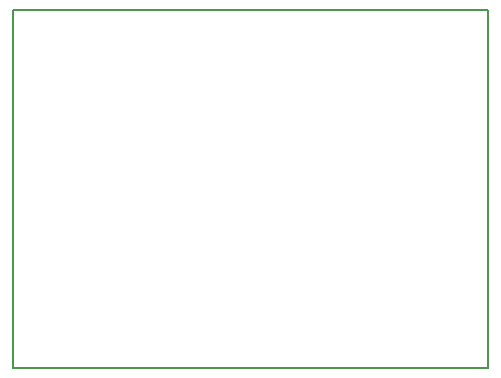
<source format=gm1>
G04 MADE WITH FRITZING*
G04 WWW.FRITZING.ORG*
G04 DOUBLE SIDED*
G04 HOLES PLATED*
G04 CONTOUR ON CENTER OF CONTOUR VECTOR*
%ASAXBY*%
%FSLAX23Y23*%
%MOIN*%
%OFA0B0*%
%SFA1.0B1.0*%
%ADD10R,1.589550X1.201000*%
%ADD11C,0.008000*%
%ADD10C,0.008*%
%LNCONTOUR*%
G90*
G70*
G54D10*
G54D11*
X4Y1197D02*
X1586Y1197D01*
X1586Y4D01*
X4Y4D01*
X4Y1197D01*
D02*
G04 End of contour*
M02*
</source>
